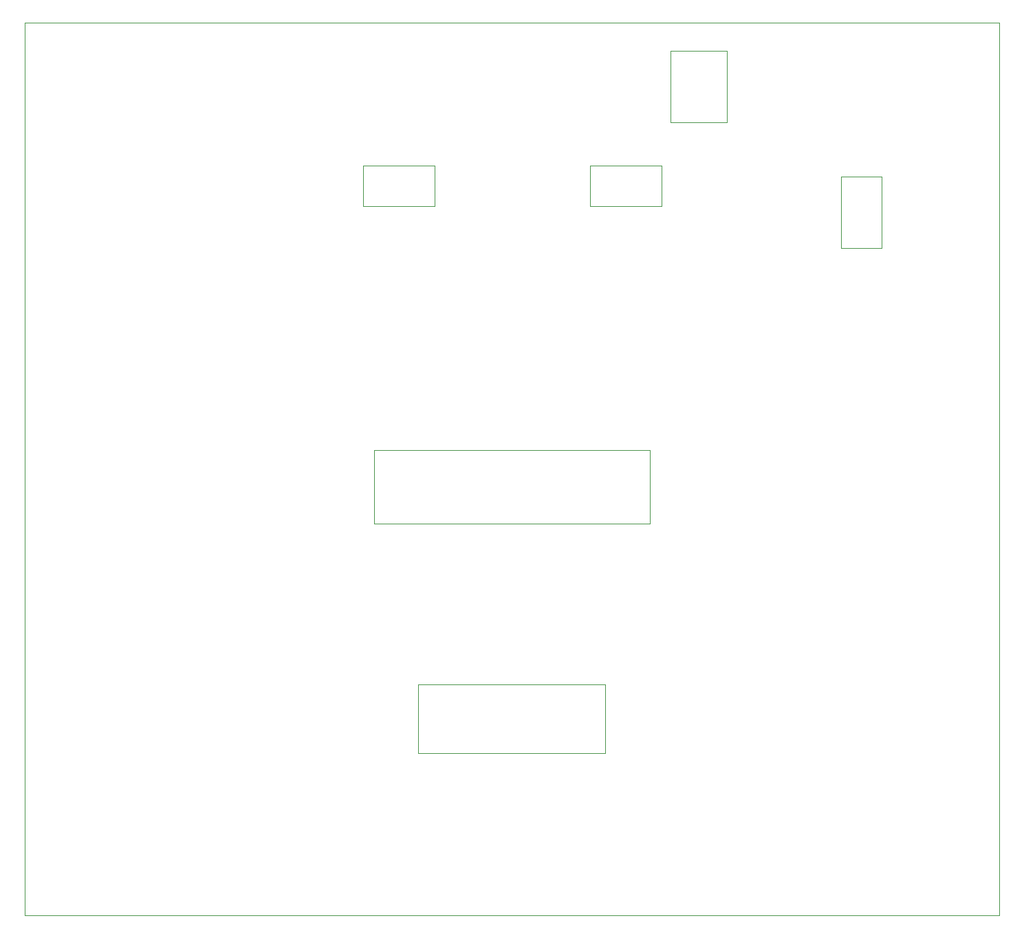
<source format=gbr>
%TF.GenerationSoftware,KiCad,Pcbnew,8.0.0*%
%TF.CreationDate,2024-09-05T11:38:34+02:00*%
%TF.ProjectId,Motor_Board_L476RG,4d6f746f-725f-4426-9f61-72645f4c3437,rev?*%
%TF.SameCoordinates,Original*%
%TF.FileFunction,Profile,NP*%
%FSLAX46Y46*%
G04 Gerber Fmt 4.6, Leading zero omitted, Abs format (unit mm)*
G04 Created by KiCad (PCBNEW 8.0.0) date 2024-09-05 11:38:34*
%MOMM*%
%LPD*%
G01*
G04 APERTURE LIST*
%TA.AperFunction,Profile*%
%ADD10C,0.050000*%
%TD*%
G04 APERTURE END LIST*
D10*
X123500000Y-40500000D02*
X243500000Y-40500000D01*
X243500000Y-150500000D01*
X123500000Y-150500000D01*
X123500000Y-40500000D01*
X224000000Y-59500000D02*
X229000000Y-59500000D01*
X229000000Y-68300000D01*
X224000000Y-68300000D01*
X224000000Y-59500000D01*
X193100000Y-58100000D02*
X201900000Y-58100000D01*
X201900000Y-63100000D01*
X193100000Y-63100000D01*
X193100000Y-58100000D01*
X203000000Y-44000000D02*
X210000000Y-44000000D01*
X210000000Y-52800000D01*
X203000000Y-52800000D01*
X203000000Y-44000000D01*
X166500000Y-93200000D02*
X200500000Y-93200000D01*
X200500000Y-102200000D01*
X166500000Y-102200000D01*
X166500000Y-93200000D01*
X171975000Y-122000000D02*
X194975000Y-122000000D01*
X194975000Y-130500000D01*
X171975000Y-130500000D01*
X171975000Y-122000000D01*
X165200000Y-58100000D02*
X174000000Y-58100000D01*
X174000000Y-63100000D01*
X165200000Y-63100000D01*
X165200000Y-58100000D01*
M02*

</source>
